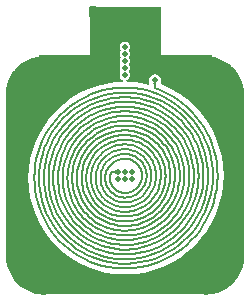
<source format=gtl>
%FSTAX44Y44*%
%MOMM*%
%SFA1B1*%

%IPPOS*%
%ADD10C,0.200000*%
%ADD19C,2.199996*%
%ADD20C,0.999998*%
%ADD21R,0.822198X4.470391*%
%ADD22R,6.101888X0.924898*%
%ADD23R,0.590899X4.881490*%
%ADD24R,1.186198X14.358271*%
%ADD25R,4.729191X1.185298*%
%ADD26R,14.232372X0.964598*%
%ADD27R,0.956198X14.255071*%
%ADD28R,5.161790X1.511097*%
%ADD29C,0.499999*%
%LNpcb1-1*%
%LPD*%
G36*
X00094944Y00169365D02*
X00095258Y00167785D01*
X00096153Y00166445*
X00097493Y0016555*
X00099073Y00165236*
X00137128*
X00137269Y00165264*
X00141531Y00164928*
X00145826Y00163897*
X00149906Y00162207*
X00153672Y00159899*
X00157031Y00157031*
X00159899Y00153672*
X00162207Y00149906*
X00163897Y00145826*
X00164928Y00141531*
X00165264Y00137269*
X00165236Y00137128*
Y0*
X00165264Y-0000014*
X00164928Y-00004402*
X00163897Y-00008697*
X00162207Y-00012778*
X00159899Y-00016543*
X00157031Y-00019902*
X00153672Y-0002277*
X00149906Y-00025078*
X00145826Y-00026768*
X00141531Y-000278*
X00137269Y-00028135*
X00137128Y-00028107*
X0*
X-0000014Y-00028135*
X-00004402Y-000278*
X-00008697Y-00026768*
X-00012778Y-00025078*
X-00016543Y-0002277*
X-00019902Y-00019902*
X-0002277Y-00016543*
X-00025078Y-00012778*
X-00026768Y-00008697*
X-000278Y-00004402*
X-00028135Y-0000014*
X-00028107Y0*
Y00137128*
X-00028135Y00137269*
X-000278Y00141531*
X-00026768Y00145826*
X-00025078Y00149906*
X-0002277Y00153672*
X-00019902Y00157031*
X-00016543Y00159899*
X-00012778Y00162207*
X-00008697Y00163897*
X-00004402Y00164928*
X-0000014Y00165264*
X0Y00165236*
X00038054*
X00039634Y0016555*
X00040974Y00166445*
X00041869Y00167785*
X00042183Y00169365*
Y0020725*
X00094944*
Y00169365*
G37*
%LNpcb1-2*%
%LPC*%
G36*
X00069459Y00181935D02*
X00067668D01*
X00066014Y0018125*
X00064748Y00179984*
X00064063Y0017833*
Y0017654*
X00064748Y00174886*
X000652Y00174435*
X00064748Y00173984*
X00064063Y00172331*
Y0017054*
X00064748Y00168886*
X000652Y00168435*
X00064748Y00167984*
X00064063Y00166331*
Y0016454*
X00064748Y00162886*
X000652Y00162435*
X00064748Y00161984*
X00064063Y0016033*
Y0015854*
X00064748Y00156886*
X000652Y00156435*
X00064748Y00155984*
X00064063Y00154331*
Y0015254*
X00064748Y00150886*
X00066014Y0014962*
X00067286Y00149094*
X00067063Y00147811*
X00060355Y00147482*
X00052434Y00146307*
X00044667Y00144361*
X00037127Y00141664*
X00029888Y0013824*
X0002302Y00134123*
X00016588Y00129353*
X00010655Y00123975*
X00005277Y00118042*
X00000508Y0011161*
X-00003608Y00104742*
X-00007032Y00097503*
X-00009729Y00089963*
X-00011675Y00082196*
X-0001285Y00074275*
X-00013243Y00066277*
X-0001285Y00058279*
X-00011675Y00050358*
X-00009729Y0004259*
X-00007032Y0003505*
X-00003608Y00027811*
X00000508Y00020943*
X00005277Y00014511*
X00010655Y00008578*
X00016588Y000032*
X0002302Y-00001568*
X00029888Y-00005685*
X00037127Y-00009108*
X00044667Y-00011806*
X00052434Y-00013752*
X00060355Y-00014927*
X00064707Y-00015141*
X00065097Y-00015218*
X00065299Y-00015258*
X00065657Y-00015187*
X00068433Y-00015324*
X00076627Y-00014921*
X00084743Y-00013717*
X00092701Y-00011724*
X00100426Y-0000896*
X00107842Y-00005452*
X00114879Y-00001234*
X00121469Y00003651*
X00127548Y0000916*
X00133058Y0001524*
X00137945Y00021829*
X00142162Y00028866*
X0014567Y00036282*
X00148434Y00044007*
X00150428Y00051965*
X00151631Y00060081*
X00152034Y00068275*
X00151631Y00076469*
X00150428Y00084585*
X00148434Y00092543*
X0014567Y00100268*
X00142162Y00107684*
X00137945Y00114721*
X00133058Y00121311*
X00127548Y0012739*
X00121469Y00132899*
X00114879Y00137786*
X00107842Y00142004*
X00100426Y00145512*
X0009906Y00146001*
Y00149001*
X00098671Y00150952*
X00097566Y00152606*
X00095912Y00153711*
X00093961Y00154099*
X0009201Y00153711*
X00090356Y00152606*
X00089251Y00150952*
X00088863Y00149001*
Y00146179*
X00087849Y00145415*
X00086151Y00145904*
X00077349Y001474*
X0007287Y00147651*
X0007161Y00147773*
X00071408Y00147814*
X00071218Y00147776*
X00070019Y00147796*
X00069797Y00149075*
X00071112Y0014962*
X00072378Y00150886*
X00073063Y0015254*
Y00154331*
X00072378Y00155984*
X00071927Y00156435*
X00072378Y00156886*
X00073063Y0015854*
Y0016033*
X00072378Y00161984*
X00071927Y00162435*
X00072378Y00162886*
X00073063Y0016454*
Y00166331*
X00072378Y00167984*
X00071927Y00168435*
X00072378Y00168886*
X00073063Y0017054*
Y00172331*
X00072378Y00173984*
X00071927Y00174435*
X00072378Y00174886*
X00073063Y0017654*
Y0017833*
X00072378Y00179984*
X00071112Y0018125*
X00069459Y00181935*
G37*
%LNpcb1-3*%
%LPD*%
G36*
X00095569Y00147064D02*
X00095441Y00146901D01*
X00095329Y00146727*
X00095231Y00146542*
X00095149Y00146347*
X00095081Y00146141*
X00095029Y00145924*
X00094991Y00145697*
X00094969Y00145459*
X00094961Y0014521*
X00092961*
X00092954Y00145459*
X00092931Y00145697*
X00092894Y00145924*
X00092841Y00146141*
X00092774Y00146347*
X00092691Y00146542*
X00092594Y00146727*
X00092481Y00146901*
X00092354Y00147064*
X00092211Y00147216*
X00095711*
X00095569Y00147064*
G37*
G36*
X00060778Y00069813D02*
X00060626Y00069956D01*
X00060463Y00070083*
X00060289Y00070196*
X00060104Y00070293*
X00059909Y00070376*
X00059703Y00070443*
X00059486Y00070496*
X00059259Y00070533*
X00059021Y00070556*
X00058772Y00070563*
Y00072563*
X00059021Y00072571*
X00059259Y00072593*
X00059486Y00072631*
X00059703Y00072683*
X00059909Y00072751*
X00060104Y00072833*
X00060289Y00072931*
X00060463Y00073043*
X00060626Y00073171*
X00060778Y00073313*
Y00069813*
G37*
G54D10*
X00058087Y00071563D02*
D01*
X00057968Y00071559*
X00057849Y00071547*
X00057732Y00071526*
X00057616Y00071497*
X00057502Y0007146*
X00057392Y00071415*
X00057284Y00071363*
X00057181Y00071303*
X00057082Y00071237*
X00056987Y00071163*
X00056899Y00071083*
X00056816Y00070997*
X00056739Y00070906*
X00056669Y00070809*
X00056606Y00070708*
X0005655Y00070602*
X00056501Y00070493*
X0005646Y00070381*
X00056427Y00070266*
X00056402Y00070149*
X00056386Y00070031*
X00056377Y00069912*
X00056376Y00069852*
X00069172Y0008676D02*
D01*
X00067742Y00086767*
X00066314Y00086675*
X00064896Y00086483*
X00063494Y00086192*
X00062117Y00085805*
X0006077Y00085322*
X0005946Y00084747*
X00058193Y00084081*
X00056976Y00083329*
X00055814Y00082494*
X00054713Y00081579*
X00053679Y00080591*
X00052716Y00079532*
X0005183Y00078409*
X00051024Y00077227*
X00050302Y00075991*
X00049668Y00074708*
X00049126Y00073384*
X00048677Y00072026*
X00048324Y00070639*
X00048068Y00069231*
X00047912Y00067809*
X00047854Y00066379*
X00047897Y00064949*
X0004804Y00063525*
X00048281Y00062114*
X0004862Y00060725*
X00049056Y00059361*
X00049585Y00058032*
X00050206Y00056743*
X00050915Y000555*
X00051709Y0005431*
X00052584Y00053178*
X00053537Y0005211*
X00054561Y0005111*
X00055652Y00050185*
X00056806Y00049338*
X00058015Y00048574*
X00059275Y00047896*
X0006058Y00047308*
X00061922Y00046811*
X00063295Y0004641*
X00064694Y00046106*
X00066109Y00045899*
X00067535Y00045793*
X00069651Y00098751D02*
D01*
X00067383Y00098763*
X00065119Y00098616*
X00062871Y00098312*
X0006065Y00097851*
X00058466Y00097237*
X00056331Y00096472*
X00054254Y0009556*
X00052246Y00094505*
X00050316Y00093312*
X00048474Y00091988*
X00046729Y00090539*
X00045089Y00088971*
X00043563Y00087293*
X00042157Y00085513*
X00040879Y00083638*
X00039735Y0008168*
X0003873Y00079646*
X0003787Y00077547*
X00037158Y00075393*
X00036598Y00073195*
X00036193Y00070963*
X00035945Y00068708*
X00035854Y00066441*
X00035922Y00064174*
X00036147Y00061917*
X0003653Y00059681*
X00037068Y00057477*
X00037758Y00055316*
X00038597Y00053208*
X00039581Y00051164*
X00040705Y00049194*
X00041964Y00047307*
X00043352Y00045513*
X00044861Y00043819*
X00046485Y00042235*
X00048216Y00040768*
X00050044Y00039426*
X00051962Y00038214*
X00053959Y00037139*
X00056027Y00036206*
X00058155Y00035419*
X00060332Y00034783*
X00062549Y000343*
X00064793Y00033973*
X00067056Y00033803*
X00067056*
X00069491Y00094754D02*
D01*
X00067502Y00094764*
X00065517Y00094636*
X00063546Y00094369*
X00061598Y00093965*
X00059683Y00093426*
X0005781Y00092755*
X00055989Y00091955*
X00054228Y0009103*
X00052536Y00089985*
X0005092Y00088824*
X0004939Y00087553*
X00047952Y00086178*
X00046614Y00084706*
X00045381Y00083145*
X00044261Y00081501*
X00043257Y00079784*
X00042376Y00078*
X00041622Y0007616*
X00040998Y00074271*
X00040507Y00072343*
X00040151Y00070386*
X00039933Y00068409*
X00039854Y00066421*
X00039913Y00064432*
X00040111Y00062453*
X00040447Y00060492*
X00040918Y0005856*
X00041524Y00056665*
X0004226Y00054817*
X00043123Y00053024*
X00044109Y00051297*
X00045213Y00049642*
X00046429Y00048068*
X00047753Y00046583*
X00049177Y00045194*
X00050694Y00043908*
X00052298Y00042731*
X00053979Y00041668*
X00055731Y00040725*
X00057544Y00039907*
X0005941Y00039217*
X00061319Y00038659*
X00063263Y00038236*
X00065232Y00037949*
X00067215Y000378*
X00067216Y00037799*
X00069332Y00090757D02*
D01*
X00067622Y00090766*
X00065916Y00090655*
X00064221Y00090426*
X00062546Y00090079*
X000609Y00089616*
X0005929Y00089039*
X00057725Y00088351*
X00056211Y00087556*
X00054756Y00086657*
X00053367Y00085658*
X00052052Y00084566*
X00050816Y00083384*
X00049665Y00082119*
X00048606Y00080777*
X00047642Y00079364*
X0004678Y00077887*
X00046022Y00076354*
X00045374Y00074772*
X00044837Y00073148*
X00044415Y00071491*
X0004411Y00069808*
X00043922Y00068108*
X00043854Y00066399*
X00043905Y0006469*
X00044075Y00062988*
X00044364Y00061303*
X00044769Y00059641*
X0004529Y00058012*
X00045922Y00056424*
X00046664Y00054883*
X00047512Y00053398*
X00048461Y00051975*
X00049507Y00050622*
X00050645Y00049346*
X00051869Y00048152*
X00053174Y00047046*
X00054552Y00046033*
X00055998Y0004512*
X00057504Y0004431*
X00059062Y00043606*
X00060666Y00043013*
X00062308Y00042534*
X00063979Y0004217*
X00065671Y00041923*
X00067375Y00041796*
X00069012Y00082763D02*
D01*
X00067861Y00082769*
X00066711Y00082695*
X0006557Y0008254*
X00064442Y00082306*
X00063334Y00081995*
X0006225Y00081606*
X00061195Y00081143*
X00060175Y00080607*
X00059196Y00080002*
X0005826Y0007933*
X00057375Y00078594*
X00056542Y00077798*
X00055767Y00076946*
X00055053Y00076042*
X00054405Y00075091*
X00053824Y00074096*
X00053314Y00073064*
X00052877Y00071998*
X00052516Y00070904*
X00052231Y00069788*
X00052026Y00068655*
X00051899Y0006751*
X00051853Y0006636*
X00051888Y00065208*
X00052002Y00064062*
X00052197Y00062927*
X0005247Y00061808*
X0005282Y00060711*
X00053246Y00059641*
X00053746Y00058604*
X00054317Y00057603*
X00054956Y00056645*
X0005566Y00055734*
X00056427Y00054874*
X00057251Y0005407*
X00058129Y00053326*
X00059058Y00052644*
X00060031Y00052029*
X00061046Y00051483*
X00062095Y00051009*
X00063175Y0005061*
X00064281Y00050287*
X00065406Y00050042*
X00066546Y00049875*
X00067694Y00049789*
X00067695Y0004979*
X00056376Y00069852D02*
D01*
X00056156Y00069008*
X00055995Y0006815*
X00055895Y00067284*
X00055855Y00066412*
X00055876Y0006554*
X00055958Y00064671*
X000561Y00063811*
X00056302Y00062962*
X00056563Y00062129*
X00056881Y00061317*
X00057255Y00060528*
X00057683Y00059768*
X00058163Y0005904*
X00058693Y00058346*
X00059269Y00057692*
X0005989Y00057079*
X00060553Y00056511*
X00061253Y0005599*
X00061988Y0005552*
X00062754Y00055102*
X00063547Y00054739*
X00064364Y00054431*
X000652Y00054182*
X00066051Y00053991*
X00066914Y0005386*
X00067783Y0005379*
X00067854Y00053786*
X00069811Y00102747D02*
D01*
X00067264Y0010276*
X00064721Y00102595*
X00062197Y00102253*
X00059702Y00101736*
X0005725Y00101046*
X00054851Y00100187*
X00052519Y00099162*
X00050263Y00097978*
X00048096Y00096638*
X00046027Y00095151*
X00044067Y00093524*
X00042226Y00091763*
X00040512Y00089878*
X00038933Y00087879*
X00037498Y00085774*
X00036213Y00083574*
X00035085Y0008129*
X00034119Y00078932*
X00033319Y00076513*
X00032691Y00074044*
X00032235Y00071538*
X00031957Y00069005*
X00031855Y0006646*
X00031931Y00063913*
X00032184Y00061378*
X00032614Y00058867*
X00033218Y00056392*
X00033993Y00053965*
X00034936Y00051598*
X00036041Y00049303*
X00037304Y0004709*
X00038718Y00044971*
X00040276Y00042955*
X00041971Y00041054*
X00043795Y00039275*
X00045739Y00037627*
X00047792Y00036119*
X00049946Y00034758*
X00052189Y00033551*
X00054511Y00032503*
X00056901Y0003162*
X00059346Y00030905*
X00061836Y00030363*
X00064357Y00029996*
X00066896Y00029806*
X0007029Y00114738D02*
D01*
X00066905Y00114755*
X00063527Y00114536*
X00060172Y00114082*
X00056858Y00113395*
X00053599Y00112478*
X00050412Y00111336*
X00047313Y00109975*
X00044316Y00108401*
X00041436Y00106621*
X00038687Y00104645*
X00036083Y00102482*
X00033636Y00100143*
X00031359Y00097639*
X00029261Y00094982*
X00027354Y00092184*
X00025647Y00089261*
X00024147Y00086226*
X00022864Y00083094*
X00021801Y0007988*
X00020966Y00076599*
X00020361Y00073268*
X00019991Y00069903*
X00019855Y00066521*
X00019957Y00063137*
X00020293Y00059769*
X00020865Y00056432*
X00021667Y00053143*
X00022697Y00049919*
X00023949Y00046774*
X00025418Y00043724*
X00027096Y00040783*
X00028975Y00037967*
X00031045Y00035289*
X00033298Y00032762*
X00035721Y00030398*
X00038303Y0002821*
X00041032Y00026206*
X00043894Y00024398*
X00046875Y00022793*
X00049961Y00021401*
X00053136Y00020227*
X00056385Y00019278*
X00059693Y00018558*
X00063043Y0001807*
X00066417Y00017815*
X00071088Y00134722D02*
D01*
X00066307Y00134747*
X00061536Y00134437*
X00056798Y00133795*
X00052116Y00132825*
X00047514Y0013153*
X00043013Y00129917*
X00038635Y00127995*
X00034403Y00125771*
X00030335Y00123258*
X00026453Y00120467*
X00022775Y00117413*
X00019319Y00114108*
X00016102Y00110572*
X00013139Y00106819*
X00010446Y00102868*
X00008034Y0009874*
X00005917Y00094453*
X00004103Y00090029*
X00002603Y0008549*
X00001423Y00080856*
X00000569Y00076152*
X00000045Y00071399*
X-00000144Y00066622*
X-00000001Y00061843*
X00000473Y00057085*
X0000128Y00052373*
X00002413Y00047728*
X00003868Y00043173*
X00005637Y00038731*
X00007711Y00034423*
X00010081Y00030271*
X00012734Y00026294*
X00015659Y00022511*
X0001884Y00018942*
X00022263Y00015603*
X0002591Y00012512*
X00029764Y00009682*
X00033806Y00007128*
X00038016Y00004862*
X00042374Y00002896*
X00046858Y00001238*
X00051448Y-00000102*
X00056119Y-0000112*
X00060851Y-00001809*
X00065618Y-00002166*
X00065619Y-00002167*
X00070929Y00130725D02*
D01*
X00066427Y00130748*
X00061935Y00130456*
X00057473Y00129852*
X00053065Y00128939*
X00048731Y00127719*
X00044493Y00126201*
X00040371Y0012439*
X00036385Y00122297*
X00032555Y0011993*
X000289Y00117302*
X00025437Y00114426*
X00022182Y00111315*
X00019153Y00107984*
X00016364Y00104451*
X00013828Y00100731*
X00011557Y00096843*
X00009563Y00092807*
X00007855Y00088641*
X00006443Y00084367*
X00005332Y00080004*
X00004528Y00075574*
X00004035Y00071099*
X00003855Y00066601*
X00003989Y000621*
X00004437Y00057621*
X00005197Y00053183*
X00006264Y00048809*
X00007634Y00044521*
X00009299Y00040338*
X00011252Y00036282*
X00013484Y00032372*
X00015982Y00028627*
X00018736Y00025065*
X00021732Y00021704*
X00024955Y00018561*
X00028389Y0001565*
X00032018Y00012985*
X00035824Y0001058*
X00039788Y00008447*
X00043892Y00006595*
X00048114Y00005034*
X00052436Y00003771*
X00056835Y00002813*
X0006129Y00002164*
X00065778Y00001828*
X00070769Y00126728D02*
D01*
X00066546Y0012675*
X00062333Y00126476*
X00058148Y00125909*
X00054013Y00125052*
X00049948Y00123909*
X00045972Y00122484*
X00042106Y00120786*
X00038368Y00118822*
X00034775Y00116603*
X00031347Y00114138*
X00028098Y00111439*
X00025046Y00108521*
X00022204Y00105397*
X00019588Y00102083*
X00017209Y00098594*
X00015079Y00094947*
X00013209Y00091161*
X00011607Y00087254*
X00010282Y00083244*
X0000924Y00079152*
X00008486Y00074997*
X00008023Y000708*
X00007855Y0006658*
X00007981Y00062359*
X00008401Y00058157*
X00009114Y00053995*
X00010115Y00049892*
X000114Y0004587*
X00012962Y00041947*
X00014794Y00038142*
X00016887Y00034474*
X00019231Y00030961*
X00021814Y00027621*
X00024624Y00024468*
X00027647Y0002152*
X00030868Y00018789*
X00034272Y0001629*
X00037841Y00014034*
X0004156Y00012033*
X00045409Y00010296*
X0004937Y00008832*
X00053424Y00007647*
X0005755Y00006749*
X00061728Y0000614*
X00065938Y00005825*
X0007045Y00118735D02*
D01*
X00066786Y00118754*
X00063129Y00118517*
X00059498Y00118025*
X0005591Y00117281*
X00052382Y00116289*
X00048933Y00115053*
X00045578Y00113579*
X00042333Y00111875*
X00039216Y00109949*
X00036241Y0010781*
X00033422Y00105468*
X00030773Y00102936*
X00028307Y00100225*
X00026037Y00097349*
X00023973Y00094322*
X00022124Y00091157*
X00020501Y00087872*
X00019111Y00084481*
X00017962Y00081002*
X00017057Y00077451*
X00016403Y00073845*
X00016002Y00070203*
X00015855Y00066541*
X00015965Y00062878*
X00016329Y00059232*
X00016948Y0005562*
X00017816Y0005206*
X00018931Y0004857*
X00020287Y00045165*
X00021877Y00041864*
X00023693Y00038681*
X00025726Y00035633*
X00027968Y00032734*
X00030406Y00029998*
X00033029Y00027439*
X00035825Y0002507*
X00038778Y00022901*
X00041876Y00020944*
X00045103Y00019207*
X00048443Y000177*
X0005188Y00016429*
X00055398Y00015402*
X00058978Y00014622*
X00062604Y00014093*
X00066257Y00013819*
X0007013Y00110741D02*
D01*
X00067024Y00110757*
X00063925Y00110556*
X00060847Y00110139*
X00057805Y00109509*
X00054815Y00108668*
X00051891Y0010762*
X00049047Y00106371*
X00046298Y00104926*
X00043655Y00103294*
X00041133Y00101481*
X00038744Y00099496*
X00036499Y0009735*
X00034409Y00095052*
X00032484Y00092614*
X00030734Y00090048*
X00029168Y00087366*
X00027792Y00084581*
X00026614Y00081707*
X00025639Y00078758*
X00024872Y00075748*
X00024318Y00072692*
X00023977Y00069604*
X00023853Y00066501*
X00023946Y00063396*
X00024255Y00060305*
X00024779Y00057243*
X00025516Y00054226*
X0002646Y00051267*
X0002761Y00048381*
X00028957Y00045583*
X00030497Y00042885*
X0003222Y00040301*
X0003412Y00037844*
X00036187Y00035525*
X00038411Y00033357*
X0004078Y00031348*
X00043284Y00029509*
X00045909Y0002785*
X00048645Y00026378*
X00051476Y00025101*
X00054389Y00024024*
X0005737Y00023153*
X00060405Y00022491*
X00063479Y00022044*
X00066576Y00021811*
X00066577Y00021812*
X0006997Y00106744D02*
D01*
X00067144Y00106758*
X00064322Y00106576*
X00061521Y00106196*
X00058753Y00105622*
X00056032Y00104857*
X00053371Y00103904*
X00050782Y00102767*
X0004828Y00101452*
X00045875Y00099966*
X0004358Y00098316*
X00041405Y0009651*
X00039362Y00094556*
X0003746Y00092465*
X00035708Y00090246*
X00034116Y00087911*
X0003269Y0008547*
X00031438Y00082935*
X00030366Y0008032*
X00029479Y00077635*
X00028781Y00074896*
X00028276Y00072115*
X00027966Y00069305*
X00027854Y0006648*
X00027938Y00063654*
X00028219Y00060842*
X00028696Y00058055*
X00029366Y00055309*
X00030226Y00052616*
X00031272Y0004999*
X00032499Y00047443*
X000339Y00044987*
X00035469Y00042636*
X00037198Y000404*
X00039079Y00038289*
X00041102Y00036315*
X00043259Y00034488*
X00045537Y00032815*
X00047927Y00031304*
X00050416Y00029965*
X00052993Y00028802*
X00055645Y00027822*
X00058358Y00027029*
X0006112Y00026427*
X00063917Y0002602*
X00066736Y00025809*
X00071408Y00142716D02*
D01*
X00066069Y00142743*
X0006074Y00142397*
X00055449Y00141681*
X00050221Y00140597*
X0004508Y00139151*
X00040054Y0013735*
X00035165Y00135203*
X00030438Y0013272*
X00025895Y00129913*
X0002156Y00126796*
X00017452Y00123385*
X00013593Y00119695*
X0001Y00115745*
X00006691Y00111554*
X00003683Y00107142*
X0000099Y00102531*
X-00001373Y00097744*
X-00003399Y00092803*
X-00005074Y00087733*
X-00006392Y00082558*
X-00007345Y00077305*
X-0000793Y00071997*
X-00008144Y00066662*
X-00007984Y00061324*
X-00007452Y00056012*
X-00006552Y00050748*
X-00005286Y00045561*
X-00003661Y00040474*
X-00001686Y00035514*
X00000629Y00030703*
X00003276Y00026065*
X00006239Y00021624*
X00009506Y00017399*
X00013058Y00013413*
X00016881Y00009685*
X00020954Y00006232*
X00025258Y00003072*
X00029772Y00000219*
X00034474Y-0000231*
X00039341Y-00004506*
X00044349Y-00006357*
X00049475Y-00007855*
X00054692Y-00008991*
X00059976Y-00009761*
X00065299Y-0001016*
X00071248Y00138719D02*
D01*
X00066188Y00138745*
X00061138Y00138417*
X00056124Y00137738*
X00051169Y00136711*
X00046297Y00135341*
X00041533Y00133634*
X000369Y00131599*
X0003242Y00129246*
X00028115Y00126586*
X00024006Y00123632*
X00020114Y00120399*
X00016456Y00116902*
X00013051Y00113159*
X00009915Y00109186*
X00007064Y00105006*
X00004512Y00100636*
X00002271Y00096099*
X00000352Y00091416*
X-00001235Y00086612*
X-00002484Y00081708*
X-00003388Y00076729*
X-00003942Y00071699*
X-00004144Y00066642*
X-00003993Y00061584*
X-00003489Y00056549*
X-00002636Y00051561*
X-00001436Y00046645*
X00000102Y00041824*
X00001974Y00037123*
X00004169Y00032564*
X00006677Y00028168*
X00009486Y00023959*
X00012581Y00019956*
X00015948Y00016178*
X00019571Y00012644*
X00023431Y00009372*
X0002751Y00006377*
X00031788Y00003674*
X00036244Y00001276*
X00040856Y-00000804*
X00045603Y-00002559*
X0005046Y-00003978*
X00055405Y-00005055*
X00060412Y-00005785*
X00065458Y-00006163*
X00065459Y-00006164*
X00067056Y00033803D02*
D01*
X00069464Y00033791*
X00071867Y00033947*
X00074254Y0003427*
X00076611Y00034759*
X00078929Y00035411*
X00081196Y00036223*
X00083401Y00037192*
X00085533Y00038312*
X00087581Y00039578*
X00089537Y00040983*
X00091389Y00042522*
X0009313Y00044186*
X0009475Y00045967*
X00096242Y00047857*
X00097598Y00049847*
X00098813Y00051926*
X00099879Y00054085*
X00100793Y00056313*
X00101548Y000586*
X00102143Y00060933*
X00102573Y00063303*
X00102836Y00065696*
X00102932Y00068102*
X0010286Y00070509*
X00102621Y00072905*
X00102214Y00075279*
X00101644Y00077618*
X00100911Y00079912*
X0010002Y00082149*
X00098975Y00084319*
X00097782Y0008641*
X00096445Y00088413*
X00094972Y00090318*
X0009337Y00092116*
X00091647Y00093797*
X0008981Y00095354*
X00087869Y0009678*
X00085833Y00098066*
X00083712Y00099207*
X00081517Y00100197*
X00079259Y00101032*
X00076948Y00101708*
X00074594Y0010222*
X00072212Y00102567*
X00069811Y00102747*
X00067216Y00037799D02*
D01*
X00069345Y00037789*
X0007147Y00037927*
X00073579Y00038212*
X00075664Y00038644*
X00077713Y00039221*
X00079717Y00039939*
X00081667Y00040795*
X00083551Y00041785*
X00085362Y00042904*
X00087091Y00044146*
X00088729Y00045507*
X00090268Y00046978*
X000917Y00048553*
X00093019Y00050224*
X00094218Y00051983*
X00095292Y00053821*
X00096235Y0005573*
X00097042Y00057699*
X00097711Y00059721*
X00098236Y00061784*
X00098616Y00063878*
X00098849Y00065995*
X00098934Y00068122*
X00098871Y0007025*
X00098659Y00072368*
X000983Y00074466*
X00097795Y00076535*
X00097147Y00078562*
X0009636Y0008054*
X00095436Y00082459*
X00094381Y00084308*
X000932Y00086079*
X00091897Y00087763*
X00090481Y00089352*
X00088957Y00090839*
X00087333Y00092215*
X00085617Y00093475*
X00083817Y00094612*
X00081943Y00095621*
X00080002Y00096497*
X00078005Y00097235*
X00075962Y00097832*
X00073882Y00098285*
X00071775Y00098592*
X00069652Y00098751*
X00069651*
X00067375Y00041796D02*
D01*
X00069225Y00041787*
X00071071Y00041907*
X00072904Y00042155*
X00074715Y00042531*
X00076495Y00043031*
X00078237Y00043655*
X0007993Y00044399*
X00081568Y00045259*
X00083141Y00046232*
X00084643Y00047311*
X00086066Y00048493*
X00087403Y00049771*
X00088648Y0005114*
X00089794Y00052591*
X00090836Y0005412*
X00091769Y00055717*
X00092588Y00057375*
X00093289Y00059087*
X0009387Y00060843*
X00094326Y00062635*
X00094657Y00064455*
X00094859Y00066294*
X00094933Y00068142*
X00094878Y00069991*
X00094694Y00071831*
X00094382Y00073655*
X00093943Y00075452*
X00093381Y00077214*
X00092696Y00078932*
X00091894Y00080599*
X00090977Y00082205*
X00089951Y00083744*
X00088819Y00085207*
X00087588Y00086588*
X00086264Y00087879*
X00084853Y00089076*
X00083362Y0009017*
X00081799Y00091158*
X0008017Y00092035*
X00078484Y00092796*
X00076749Y00093437*
X00074973Y00093956*
X00073166Y00094349*
X00071336Y00094616*
X00069491Y00094754*
X00067535Y00045793D02*
D01*
X00069106Y00045786*
X00070673Y00045887*
X00072229Y00046098*
X00073767Y00046417*
X00075279Y00046842*
X00076757Y00047372*
X00078195Y00048003*
X00079586Y00048734*
X00080921Y00049559*
X00082197Y00050476*
X00083405Y00051479*
X0008454Y00052565*
X00085596Y00053726*
X0008657Y00054959*
X00087454Y00056257*
X00088246Y00057613*
X00088942Y00059021*
X00089538Y00060474*
X0009003Y00061965*
X00090418Y00063487*
X00090698Y00065032*
X0009087Y00066593*
X00090933Y00068162*
X00090886Y00069732*
X0009073Y00071295*
X00090465Y00072843*
X00090093Y00074369*
X00089615Y00075865*
X00089034Y00077324*
X00088352Y00078739*
X00087574Y00080103*
X00086702Y00081409*
X00085742Y00082651*
X00084697Y00083824*
X00083572Y0008492*
X00082374Y00085936*
X00081109Y00086865*
X00079781Y00087704*
X00078398Y00088448*
X00076967Y00089094*
X00075493Y00089639*
X00073986Y00090079*
X00072451Y00090414*
X00070898Y0009064*
X00069332Y00090757*
X00067854Y00053786D02*
D01*
X00068867Y00053781*
X00069876Y00053847*
X00070879Y00053983*
X0007187Y00054188*
X00072844Y00054462*
X00073797Y00054803*
X00074724Y0005521*
X0007562Y00055681*
X00076481Y00056213*
X00077303Y00056804*
X00078081Y0005745*
X00078813Y0005815*
X00079494Y00058898*
X00080121Y00059693*
X00080691Y00060529*
X00081201Y00061403*
X0008165Y0006231*
X00082033Y00063247*
X00082351Y00064208*
X00082601Y00065188*
X00082781Y00066184*
X00082892Y0006719*
X00082933Y00068201*
X00082903Y00069213*
X00082802Y0007022*
X00082631Y00071218*
X00082391Y00072201*
X00082083Y00073165*
X00081709Y00074105*
X0008127Y00075017*
X00080768Y00075896*
X00080207Y00076738*
X00079588Y00077538*
X00078914Y00078294*
X0007819Y00079001*
X00077418Y00079655*
X00076602Y00080254*
X00075746Y00080795*
X00074855Y00081274*
X00073933Y00081691*
X00072983Y00082042*
X00072012Y00082325*
X00071023Y00082541*
X00070022Y00082687*
X00069012Y00082762*
Y00082763*
X00067695Y0004979D02*
D01*
X00068987Y00049784*
X00070275Y00049867*
X00071555Y00050041*
X00072819Y00050303*
X00074062Y00050652*
X00075278Y00051088*
X0007646Y00051607*
X00077603Y00052208*
X00078702Y00052886*
X0007975Y0005364*
X00080744Y00054465*
X00081677Y00055357*
X00082546Y00056313*
X00083346Y00057326*
X00084073Y00058393*
X00084725Y00059508*
X00085297Y00060666*
X00085786Y0006186*
X00086192Y00063086*
X0008651Y00064338*
X00086741Y00065608*
X00086882Y00066892*
X00086934Y00068182*
X00086895Y00069473*
X00086767Y00070758*
X00086549Y0007203*
X00086243Y00073285*
X0008585Y00074515*
X00085372Y00075714*
X00084812Y00076878*
X00084172Y00077999*
X00083456Y00079074*
X00082666Y00080095*
X00081807Y00081059*
X00080882Y00081961*
X00079897Y00082796*
X00078857Y0008356*
X00077765Y0008425*
X00076628Y00084862*
X00075451Y00085393*
X0007424Y00085841*
X00073Y00086203*
X00071739Y00086478*
X00070461Y00086664*
X00069173Y0008676*
X00069172*
X00070609Y00122731D02*
D01*
X00066666Y00122751*
X0006273Y00122496*
X00058822Y00121967*
X00054961Y00121166*
X00051164Y00120098*
X00047452Y00118768*
X00043841Y00117182*
X0004035Y00115349*
X00036995Y00113275*
X00033793Y00110974*
X00030759Y00108454*
X00027909Y00105729*
X00025255Y00102811*
X00022811Y00099716*
X0002059Y00096458*
X00018601Y00093052*
X00016854Y00089516*
X00015359Y00085868*
X00014121Y00082123*
X00013148Y00078301*
X00012443Y00074421*
X00012011Y00070501*
X00011854Y00066561*
X00011972Y00062619*
X00012364Y00058695*
X00013029Y00054808*
X00013964Y00050976*
X00015164Y0004722*
X00016623Y00043556*
X00018334Y00040003*
X00020289Y00036578*
X00022477Y00033297*
X00024889Y00030177*
X00027514Y00027233*
X00030336Y0002448*
X00033345Y00021929*
X00036524Y00019595*
X00039857Y00017489*
X0004333Y0001562*
X00046925Y00013998*
X00050624Y0001263*
X00054409Y00011524*
X00058262Y00010685*
X00062165Y00010116*
X00066097Y00009821*
X00066098Y00009822*
X00065619Y-00002167D02*
D01*
X0007054Y-00002192*
X00075451Y-00001874*
X00080327Y-00001213*
X00085145Y-00000214*
X00089882Y00001117*
X00094515Y00002777*
X0009902Y00004755*
X00103377Y00007044*
X00107563Y0000963*
X00111559Y00012503*
X00115344Y00015647*
X00118901Y00019047*
X00122212Y00022688*
X00125261Y0002655*
X00128033Y00030615*
X00130515Y00034865*
X00132694Y00039277*
X00134561Y0004383*
X00136105Y00048502*
X00137319Y00053271*
X00138198Y00058112*
X00138737Y00063004*
X00138934Y00067921*
X00138787Y00072839*
X00138297Y00077736*
X00137467Y00082586*
X001363Y00087367*
X00134803Y00092054*
X00132983Y00096626*
X00130848Y00101059*
X00128409Y00105333*
X00125678Y00109427*
X00122668Y0011332*
X00119394Y00116993*
X00115871Y00120429*
X00112118Y00123611*
X00108151Y00126524*
X00103991Y00129152*
X00099658Y00131484*
X00095173Y00133508*
X00090557Y00135215*
X00085834Y00136595*
X00081026Y00137642*
X00076156Y00138352*
X00071249Y00138719*
X00071248*
X00065778Y00001828D02*
D01*
X0007042Y00001805*
X00075052Y00002105*
X00079652Y00002728*
X00084196Y00003671*
X00088665Y00004928*
X00093034Y00006493*
X00097284Y0000836*
X00101393Y00010518*
X00105342Y00012958*
X00109111Y00015667*
X00112682Y00018633*
X00116037Y00021841*
X0011916Y00025274*
X00122036Y00028918*
X00124651Y00032753*
X00126992Y00036761*
X00129048Y00040922*
X00130808Y00045217*
X00132264Y00049624*
X0013341Y00054122*
X00134239Y00058689*
X00134747Y00063303*
X00134932Y00067941*
X00134794Y00072581*
X00134332Y00077199*
X00133549Y00081774*
X00132449Y00086284*
X00131037Y00090705*
X0012932Y00095018*
X00127306Y00099199*
X00125005Y00103231*
X00122429Y00107092*
X0011959Y00110764*
X00116501Y00114229*
X00113179Y0011747*
X00109638Y00120471*
X00105896Y00123219*
X00101973Y00125698*
X00097885Y00127898*
X00093654Y00129807*
X00089301Y00131417*
X00084845Y00132718*
X0008031Y00133706*
X00075717Y00134375*
X00071088Y00134722*
X00065938Y00005825D02*
D01*
X00070301Y00005803*
X00074654Y00006086*
X00078977Y00006671*
X00083249Y00007557*
X00087448Y00008738*
X00091555Y0001021*
X00095549Y00011964*
X00099411Y00013993*
X00103122Y00016286*
X00106664Y00018832*
X0011002Y00021619*
X00113173Y00024634*
X00116108Y00027861*
X00118812Y00031285*
X00121269Y0003489*
X00123469Y00038657*
X00125401Y00042568*
X00127056Y00046604*
X00128425Y00050746*
X00129501Y00054974*
X0013028Y00059266*
X00130758Y00063602*
X00130932Y00067961*
X00130802Y00072322*
X00130368Y00076663*
X00129632Y00080963*
X00128598Y000852*
X00127271Y00089356*
X00125657Y00093409*
X00123764Y0009734*
X00121602Y00101129*
X00119181Y00104757*
X00116512Y00108208*
X0011361Y00111465*
X00110487Y00114511*
X00107159Y00117332*
X00103643Y00119914*
X00099955Y00122244*
X00096113Y00124311*
X00092137Y00126106*
X00088045Y00127618*
X00083858Y00128842*
X00079595Y0012977*
X00075278Y00130399*
X00070929Y00130725*
X00066098Y00009822D02*
D01*
X00070181Y00009802*
X00074256Y00010066*
X00078302Y00010614*
X00082301Y00011443*
X00086231Y00012549*
X00090075Y00013926*
X00093814Y00015568*
X00097429Y00017467*
X00100902Y00019613*
X00104217Y00021997*
X00107359Y00024606*
X0011031Y00027427*
X00113057Y00030448*
X00115587Y00033653*
X00117888Y00037027*
X00119947Y00040553*
X00121755Y00044214*
X00123304Y00047992*
X00124585Y00051869*
X00125593Y00055826*
X00126322Y00059843*
X00126769Y00063902*
X00126932Y00067982*
X0012681Y00072063*
X00126404Y00076126*
X00125715Y00080151*
X00124747Y00084118*
X00123505Y00088007*
X00121994Y00091801*
X00120223Y0009548*
X00118199Y00099026*
X00115932Y00102423*
X00113435Y00105653*
X00110718Y00108701*
X00107795Y00111552*
X0010468Y00114192*
X00101389Y00116609*
X00097937Y0011879*
X00094341Y00120725*
X0009062Y00122405*
X0008679Y0012382*
X0008287Y00124965*
X00078881Y00125835*
X0007484Y00126423*
X00070769Y00126728*
X00066257Y00013819D02*
D01*
X00070061Y000138*
X00073858Y00014046*
X00077627Y00014557*
X00081352Y00015329*
X00085014Y00016359*
X00088595Y00017642*
X00092078Y00019172*
X00095446Y00020941*
X00098682Y00022941*
X00101771Y00025161*
X00104697Y00027592*
X00107447Y0003022*
X00110006Y00033034*
X00112364Y00036021*
X00114507Y00039164*
X00116425Y00042448*
X0011811Y00045859*
X00119553Y00049379*
X00120746Y00052991*
X00121685Y00056677*
X00122365Y0006042*
X00122781Y00064201*
X00122933Y00068002*
X00122819Y00071805*
X00122441Y0007559*
X00121799Y00079339*
X00120897Y00083035*
X0011974Y00086659*
X00118333Y00090193*
X00116683Y0009362*
X00114797Y00096924*
X00112686Y00100089*
X00110359Y00103098*
X00107828Y00105938*
X00105104Y00108594*
X00102203Y00111054*
X00099136Y00113305*
X00095921Y00115338*
X00092571Y0011714*
X00089103Y00118705*
X00085536Y00120024*
X00081884Y00121091*
X00078167Y001219*
X00074403Y00122449*
X00070609Y00122731*
X00066417Y00017815D02*
D01*
X00069942Y00017798*
X0007346Y00018026*
X00076953Y00018499*
X00080404Y00019214*
X00083797Y00020169*
X00087116Y00021358*
X00090343Y00022775*
X00093463Y00024414*
X00096462Y00026267*
X00099324Y00028325*
X00102036Y00030577*
X00104583Y00033013*
X00106955Y0003562*
X00109139Y00038387*
X00111125Y00041299*
X00112903Y00044343*
X00114464Y00047504*
X00115801Y00050765*
X00116907Y00054112*
X00117777Y00057528*
X00118406Y00060996*
X00118792Y00064499*
X00118933Y00068022*
X00118828Y00071545*
X00118477Y00075052*
X00117882Y00078527*
X00117047Y00081951*
X00115974Y00085309*
X0011467Y00088584*
X00113141Y0009176*
X00111394Y00094821*
X00109438Y00097753*
X00107281Y00100542*
X00104936Y00103173*
X00102413Y00105634*
X00099724Y00107913*
X00096883Y0011*
X00093903Y00111882*
X00090799Y00113553*
X00087586Y00115003*
X0008428Y00116225*
X00080896Y00117214*
X00077452Y00117964*
X00073964Y00118472*
X0007045Y00118735*
X00066736Y00025809D02*
D01*
X00069703Y00025794*
X00072663Y00025986*
X00075603Y00026385*
X00078507Y00026987*
X00081363Y0002779*
X00084156Y0002879*
X00086872Y00029983*
X00089498Y00031363*
X00092021Y00032922*
X0009443Y00034654*
X00096712Y00036549*
X00098856Y00038599*
X00100852Y00040793*
X0010269Y00043122*
X00104361Y00045573*
X00105858Y00048134*
X00107171Y00050794*
X00108296Y00053539*
X00109227Y00056355*
X0010996Y0005923*
X00110489Y00062149*
X00110814Y00065097*
X00110933Y00068061*
X00110844Y00071027*
X00110549Y00073978*
X00110049Y00076902*
X00109345Y00079784*
X00108443Y0008261*
X00107345Y00085366*
X00106058Y00088039*
X00104588Y00090615*
X00102942Y00093083*
X00101127Y0009543*
X00099153Y00097644*
X0009703Y00099715*
X00094767Y00101634*
X00092376Y00103389*
X00089868Y00104974*
X00087256Y0010638*
X00084552Y001076*
X0008177Y00108628*
X00078922Y00109461*
X00076024Y00110092*
X00073089Y00110519*
X0007013Y00110741*
X00066896Y00029806D02*
D01*
X00069584Y00029793*
X00072265Y00029967*
X00074928Y00030327*
X00077559Y00030873*
X00080146Y00031601*
X00082676Y00032507*
X00085136Y00033588*
X00087515Y00034837*
X00089801Y0003625*
X00091983Y00037818*
X00094051Y00039535*
X00095993Y00041392*
X00097801Y0004338*
X00099466Y0004549*
X0010098Y0004771*
X00102335Y0005003*
X00103525Y0005244*
X00104545Y00054926*
X00105388Y00057477*
X00106051Y00060082*
X00106531Y00062726*
X00106825Y00065397*
X00106932Y00068082*
X00106852Y00070768*
X00106585Y00073442*
X00106132Y00076091*
X00105495Y00078701*
X00104677Y00081261*
X00103683Y00083758*
X00102517Y00086179*
X00101185Y00088513*
X00099694Y00090748*
X0009805Y00092874*
X00096262Y0009488*
X00094338Y00096756*
X00092288Y00098494*
X00090122Y00100084*
X0008785Y0010152*
X00085484Y00102793*
X00083035Y00103899*
X00080514Y0010483*
X00077935Y00105584*
X00075309Y00106156*
X0007265Y00106543*
X0006997Y00106744*
X00066577Y00021812D02*
D01*
X00069823Y00021796*
X00073062Y00022006*
X00076278Y00022442*
X00079456Y00023101*
X0008258Y0002398*
X00085636Y00025074*
X00088608Y0002638*
X00091481Y00027889*
X00094242Y00029595*
X00096877Y0003149*
X00099374Y00033563*
X0010172Y00035806*
X00103904Y00038207*
X00105915Y00040755*
X00107744Y00043437*
X00109381Y00046239*
X00110818Y00049149*
X00112049Y00052152*
X00113067Y00055234*
X00113868Y00058379*
X00114448Y00061573*
X00114803Y00064799*
X00114933Y00068042*
X00114836Y00071286*
X00114513Y00074516*
X00113965Y00077715*
X00113196Y00080868*
X00112208Y0008396*
X00111008Y00086975*
X00109599Y00089899*
X00107991Y00092718*
X00106189Y00095418*
X00104204Y00097986*
X00102044Y00100409*
X00099721Y00102675*
X00097245Y00104774*
X00094629Y00106695*
X00091885Y00108429*
X00089027Y00109967*
X00086069Y00111302*
X00083024Y00112427*
X00079909Y00113337*
X00076738Y00114028*
X00073526Y00114496*
X0007029Y00114738*
X00065299Y-0001016D02*
D01*
X00070778Y-00010188*
X00076246Y-00009833*
X00081676Y-00009098*
X00087041Y-00007986*
X00092315Y-00006502*
X00097474Y-00004654*
X0010249Y-0000245*
X00107341Y00000096*
X00112002Y00002976*
X00116451Y00006175*
X00120666Y00009675*
X00124626Y00013462*
X00128313Y00017515*
X00131708Y00021816*
X00134795Y00026343*
X00137558Y00031074*
X00139985Y00035986*
X00142063Y00041056*
X00143782Y00046259*
X00145135Y00051569*
X00146113Y0005696*
X00146713Y00062406*
X00146932Y00067881*
X00146768Y00073357*
X00146223Y00078809*
X00145299Y0008421*
X00144Y00089533*
X00142333Y00094753*
X00140306Y00099843*
X00137929Y0010478*
X00135213Y00109539*
X00132172Y00114096*
X0012882Y00118431*
X00125175Y00122521*
X00121252Y00126347*
X00117073Y0012989*
X00112656Y00133133*
X00108024Y0013606*
X001032Y00138656*
X00098205Y0014091*
X00093963Y00142507*
X00065459Y-00006164D02*
D01*
X00070659Y-0000619*
X00075848Y-00005854*
X00081002Y-00005156*
X00086093Y-000041*
X00091099Y-00002692*
X00095994Y-00000938*
X00100755Y00001152*
X00105359Y0000357*
X00109783Y00006303*
X00114005Y00009339*
X00118005Y00012661*
X00121764Y00016254*
X00125263Y00020101*
X00128485Y00024183*
X00131414Y00028479*
X00134037Y00032969*
X0013634Y00037632*
X00138312Y00042443*
X00139944Y00047381*
X00141227Y0005242*
X00142156Y00057536*
X00142725Y00062705*
X00142933Y00067901*
X00142777Y00073099*
X0014226Y00078273*
X00141383Y00083399*
X0014015Y0008845*
X00138568Y00093404*
X00136644Y00098235*
X00134388Y0010292*
X00131811Y00107437*
X00128925Y00111762*
X00125744Y00115876*
X00122284Y00119758*
X00118561Y00123389*
X00114595Y00126751*
X00110403Y00129829*
X00106007Y00132607*
X00101428Y00135071*
X00096688Y0013721*
X00091811Y00139013*
X00086819Y00140471*
X00081739Y00141578*
X00076593Y00142328*
X00071408Y00142716*
X00058087Y00071563D02*
X00062563D01*
X00093961Y0014251D02*
Y00149001D01*
Y0014251D02*
X00093963Y00142507D01*
G54D19*
X00137128Y00137128D03*
Y0D03*
X0D03*
Y00137128D03*
G54D20*
X-00027199Y0D02*
D01*
X-00027133Y-00001897*
X-00026935Y-00003785*
X-00026605Y-00005655*
X-00026146Y-00007497*
X-00025559Y-00009302*
X-00024848Y-00011063*
X-00024015Y-00012769*
X-00023066Y-00014413*
X-00022005Y-00015987*
X-00020836Y-00017483*
X-00019565Y-00018894*
X-000182Y-00020213*
X-00016745Y-00021433*
X-0001521Y-00022549*
X-00013599Y-00023555*
X-00011923Y-00024446*
X-00010189Y-00025219*
X-00008405Y-00025868*
X-0000658Y-00026391*
X-00004723Y-00026786*
X-00002843Y-0002705*
X-00000949Y-00027183*
X0Y-00027199*
X00137128D02*
D01*
X00139026Y-00027133*
X00140914Y-00026935*
X00142784Y-00026605*
X00144626Y-00026146*
X00146431Y-00025559*
X00148192Y-00024848*
X00149898Y-00024015*
X00151542Y-00023066*
X00153116Y-00022005*
X00154612Y-00020836*
X00156023Y-00019565*
X00157342Y-000182*
X00158562Y-00016745*
X00159678Y-0001521*
X00160684Y-00013599*
X00161576Y-00011923*
X00162348Y-00010189*
X00162997Y-00008405*
X0016352Y-0000658*
X00163915Y-00004723*
X00164179Y-00002843*
X00164312Y-00000949*
X00164328Y0*
Y00137128D02*
D01*
X00164262Y00139026*
X00164064Y00140914*
X00163734Y00142784*
X00163275Y00144626*
X00162688Y00146431*
X00161977Y00148192*
X00161144Y00149898*
X00160195Y00151542*
X00159134Y00153116*
X00157965Y00154612*
X00156694Y00156023*
X00155329Y00157342*
X00153874Y00158562*
X00152339Y00159678*
X00150728Y00160684*
X00149052Y00161576*
X00147318Y00162348*
X00145534Y00162997*
X00143709Y0016352*
X00141852Y00163915*
X00139972Y00164179*
X00138078Y00164312*
X00137128Y00164328*
X0D02*
D01*
X-00001897Y00164262*
X-00003785Y00164064*
X-00005655Y00163734*
X-00007497Y00163275*
X-00009302Y00162688*
X-00011063Y00161977*
X-00012769Y00161144*
X-00014413Y00160195*
X-00015987Y00159134*
X-00017483Y00157965*
X-00018894Y00156694*
X-00020213Y00155329*
X-00021433Y00153874*
X-00022549Y00152339*
X-00023555Y00150728*
X-00024446Y00149052*
X-00025219Y00147318*
X-00025868Y00145534*
X-00026391Y00143709*
X-00026786Y00141852*
X-0002705Y00139972*
X-00027183Y00138078*
X-00027199Y00137128*
G54D21*
X00095109Y00189107D03*
G54D22*
X0006871Y00206834D03*
G54D23*
X00041155Y00187051D03*
G54D24*
X-0002625Y00066711D03*
G54D25*
X00019242Y00164278D03*
G54D26*
X00068621Y-00027682D03*
G54D27*
X001648Y00068735D03*
G54D28*
X0011643Y00162494D03*
G54D29*
X00053858Y00189187D03*
X00046406Y00189128D03*
X0006131Y00189247D03*
X00061191Y00204151D03*
X00061251Y00196699D03*
X00046287Y00204032D03*
X00046346Y0019658D03*
X00053798Y00196639D03*
X00053739Y00204092D03*
X00068762Y00189307D03*
X00068702Y00196759D03*
X00076155Y00196818D03*
X00076214Y00189366D03*
X00076095Y0020427D03*
X00068643Y00204211D03*
X00083666Y00189426D03*
X00083607Y00196878D03*
X00091059Y00196938D03*
X00091118Y00189486D03*
X00090999Y0020439D03*
X00083547Y0020433D03*
X00113622Y00162586D03*
X00106172D03*
X00106234Y00155194D03*
X00106295Y00147801D03*
X00113745D03*
X00121195D03*
X00113684Y00155194D03*
X00121072Y00162586D03*
X00121134Y00155194D03*
X00128584D03*
X00128522Y00162586D03*
X00135972D03*
X00015932Y00147801D03*
X00000908Y00162586D03*
X0000842Y00155194D03*
X00023381Y00147801D03*
X00030832D03*
X0002332Y00155194D03*
X0001587D03*
X00015808Y00162586D03*
X00008358D03*
X00023258D03*
X00030708D03*
X0003077Y00155194D03*
X-00010672Y00015932D03*
X-00025457Y00000908D03*
X-00018065Y0000842D03*
X-00010672Y00023381D03*
Y00030832D03*
X-00018065Y0002332D03*
Y0001587D03*
X-00025457Y00015808D03*
Y00008358D03*
Y00023258D03*
Y00030708D03*
X-00018065Y0003077D03*
Y0003822D03*
X-00025457Y00038158D03*
Y00045608D03*
X-00018065Y0004567D03*
Y0005312D03*
X-00025457Y00053058D03*
Y00060508D03*
X-00018065Y0006057D03*
Y0006802D03*
X-00025457Y00067958D03*
Y00075408D03*
X-00018065Y0007547D03*
X-00025457Y00135972D03*
Y00128522D03*
X-00018065Y00128584D03*
Y00121134D03*
X-00025457Y00121072D03*
X-00018065Y00113684D03*
X-00010672Y00121195D03*
Y00113745D03*
Y00106295D03*
X-00018065Y00106234D03*
X-00025457Y00106172D03*
Y00098722D03*
X-00018065Y00098784D03*
Y00091334D03*
X-00025457Y00091272D03*
Y00083822D03*
X-00018065Y00083884D03*
X-00025457Y00113622D03*
X00147801Y00121195D03*
X00162586Y00136219D03*
X00155194Y00128707D03*
X00147801Y00113745D03*
Y00106295D03*
X00155194Y00113807D03*
Y00121257D03*
X00162586Y00121319D03*
Y00128769D03*
Y00113869D03*
Y00106419D03*
X00155194Y00106357D03*
Y00098907D03*
X00162586Y00098969D03*
Y00091519D03*
X00155194Y00091457D03*
Y00084007D03*
X00162586Y00084069D03*
Y00076619D03*
X00155194Y00076557D03*
Y00069107D03*
X00162586Y00069169D03*
Y00061719D03*
X00155194Y00061657D03*
X00162586Y00001155D03*
Y00008605D03*
X00155194Y00008543D03*
Y00015993D03*
X00162586Y00016055D03*
X00155194Y00023443D03*
X00147801Y00015932D03*
Y00023381D03*
Y00030832D03*
X00155194Y00030893D03*
X00162586Y00030955D03*
Y00038405D03*
X00155194Y00038343D03*
Y00045793D03*
X00162586Y00045855D03*
Y00053305D03*
X00155194Y00053243D03*
X00162586Y00023505D03*
X00023505Y-00025457D03*
X00030955D03*
X00030893Y-00018065D03*
X00030832Y-00010672D03*
X00023381D03*
X00015932D03*
X00023443Y-00018065D03*
X00016055Y-00025457D03*
X00015993Y-00018065D03*
X00008543D03*
X00008605Y-00025457D03*
X00001155D03*
X00106357Y-00018065D03*
X00106419Y-00025457D03*
X00113869D03*
X00128769D03*
X00121319D03*
X00121257Y-00018065D03*
X00113807D03*
X00106295Y-00010672D03*
X00113745D03*
X00093961Y00149001D03*
X00128707Y-00018065D03*
X00136219Y-00025457D03*
X00121195Y-00010672D03*
X00068563Y00153435D03*
Y00159435D03*
Y00165435D03*
Y00171435D03*
Y00177435D03*
Y00071563D03*
Y00065563D03*
X00062563D03*
Y00071563D03*
X00074563Y00065563D03*
Y00071563D03*
M02*
</source>
